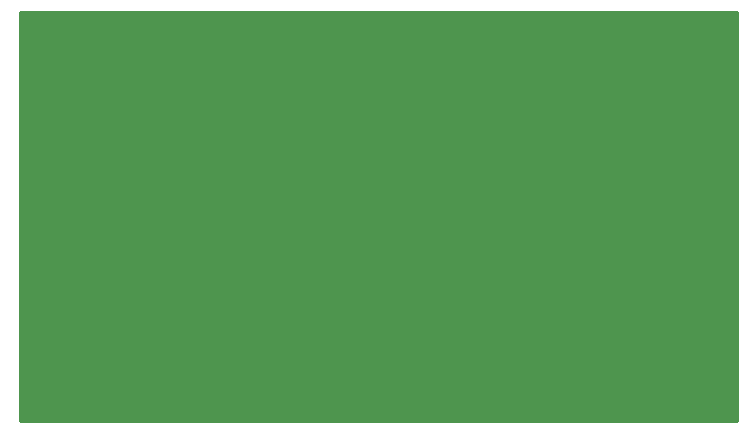
<source format=gbr>
G04 #@! TF.FileFunction,Soldermask,Top*
%FSLAX46Y46*%
G04 Gerber Fmt 4.6, Leading zero omitted, Abs format (unit mm)*
G04 Created by KiCad (PCBNEW 4.0.7) date 10/19/17 13:31:13*
%MOMM*%
%LPD*%
G01*
G04 APERTURE LIST*
%ADD10C,0.100000*%
%ADD11C,3.900120*%
%ADD12R,2.100000X2.100000*%
%ADD13O,2.100000X2.100000*%
%ADD14C,0.254000*%
G04 APERTURE END LIST*
D10*
D11*
X165735000Y-118110000D03*
D12*
X134620000Y-107315000D03*
X125730000Y-107315000D03*
D11*
X165735000Y-107315000D03*
D12*
X132715000Y-118110000D03*
D13*
X130175000Y-118110000D03*
X127635000Y-118110000D03*
D12*
X148590000Y-107315000D03*
D13*
X148590000Y-109855000D03*
X148590000Y-112395000D03*
D14*
G36*
X175133000Y-128143000D02*
X114427000Y-128143000D01*
X114427000Y-93472000D01*
X175133000Y-93472000D01*
X175133000Y-128143000D01*
X175133000Y-128143000D01*
G37*
X175133000Y-128143000D02*
X114427000Y-128143000D01*
X114427000Y-93472000D01*
X175133000Y-93472000D01*
X175133000Y-128143000D01*
M02*

</source>
